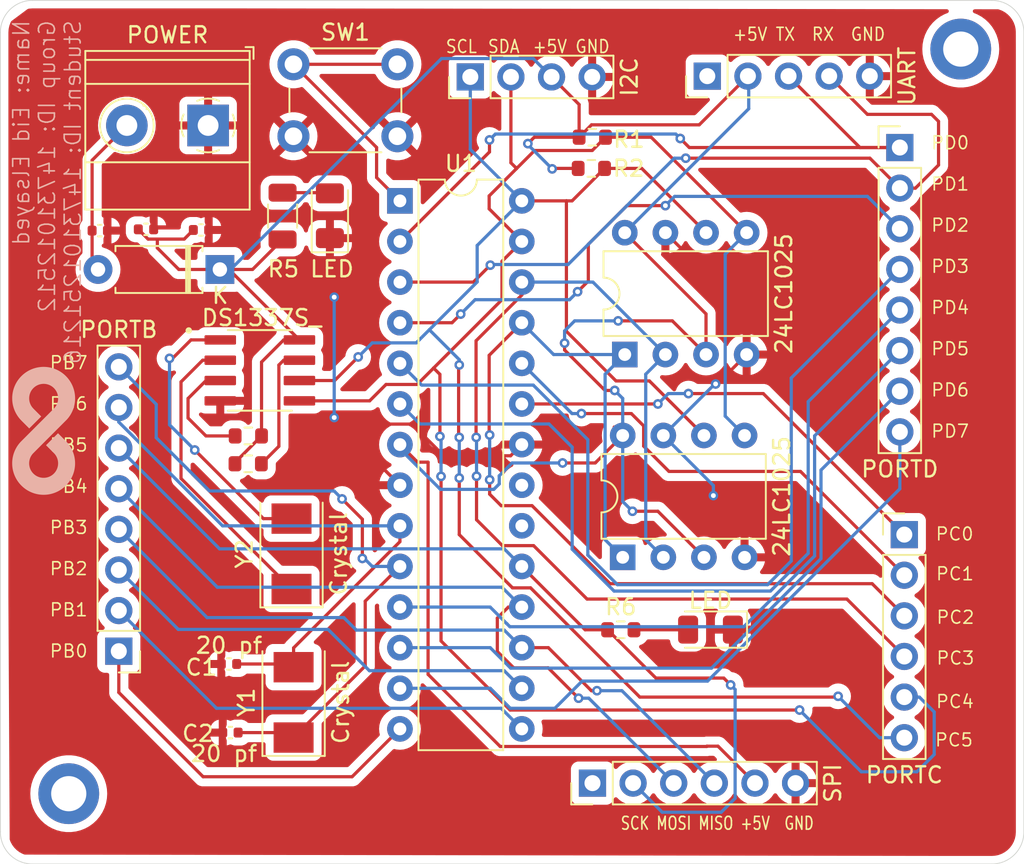
<source format=kicad_pcb>
(kicad_pcb (version 20240108) (generator "pcbnew") (generator_version "8.0")
  (layers (0 "F.Cu" signal) (31 "B.Cu" signal) (34 "B.Paste" user) (35 "F.Paste" user) (36 "B.SilkS" user "B.Silkscreen") (37 "F.SilkS" user "F.Silkscreen") (38 "B.Mask" user) (39 "F.Mask" user) (44 "Edge.Cuts" user))
  (net 0 "")
  (net 1 "GND")
  (net 2 "XTAL1{slash}PB6")
  (net 3 "XTAL2{slash}PB7")
  (net 4 "Net-(D1-A)")
  (net 5 "+5V")
  (net 6 "Net-(D2-A)")
  (net 7 "Net-(D3-A)")
  (net 8 "SDA{slash}PC4")
  (net 9 "SCL{slash}PC5")
  (net 10 "TX{slash}PD0")
  (net 11 "RX{slash}PD1")
  (net 14 "SCK{slash}PB5")
  (net 15 "MISO{slash}PB3")
  (net 16 "MOSI{slash}PB4")
  (net 17 "EEPROM2{slash}PC3")
  (net 18 "PC0")
  (net 19 "EEPROM1{slash}PC2")
  (net 20 "PC1")
  (net 21 "PB0")
  (net 22 "PB2")
  (net 23 "PB1")
  (net 24 "PD3")
  (net 25 "PD4")
  (net 26 "PD2")
  (net 27 "PD7")
  (net 28 "PD5")
  (net 29 "PD6")
  (net 30 "Net-(U4-SQW{slash}~INT)")
  (net 31 "Net-(U4-~{INTA})")
  (net 32 "Net-(U1-~{RESET}{slash}PC6)")
  (net 35 "Net-(U4-X2)")
  (net 36 "Net-(U4-X1)")
  (footprint "Connector_PinHeader_2.54mm:PinHeader_1x04_P2.54mm_Vertical" (layer "F.Cu") (at 152.29 50.99 90)
    (property "Reference" "J1")
    (property "Value" "I2C")
  )
  (footprint "Resistor_SMD:R_1206_3216Metric" (layer "F.Cu") (at 140.55 59.69 90)
    (property "Reference" "R5")
    (property "Value" "R_Small")
  )
  (footprint "Crystal:Crystal_SMD_0603-2Pin_6.0x3.5mm" (layer "F.Cu") (at 141.11 80.81 90)
    (property "Reference" "Y2")
    (property "Value" "Crystal")
  )
  (footprint "Connector_PinHeader_2.54mm:PinHeader_1x08_P2.54mm_Vertical" (layer "F.Cu") (at 179.15 55.405)
    (property "Reference" "J6")
    (property "Value" "PORTD")
  )
  (footprint "Capacitor_SMD:C_0402_1005Metric" (layer "F.Cu") (at 135.45 60.56)
    (property "Reference" "C5")
    (property "Value" "100nf")
  )
  (footprint "Connector_PinHeader_2.54mm:PinHeader_1x08_P2.54mm_Vertical" (layer "F.Cu") (at 130.31 86.9 180)
    (property "Reference" "J5")
    (property "Value" "PORTB")
  )
  (footprint "Capacitor_SMD:C_0402_1005Metric" (layer "F.Cu") (at 137.29 91.99 180)
    (property "Reference" "C2")
    (property "Value" "20 pf")
  )
  (footprint "LED_SMD:LED_1206_3216Metric" (layer "F.Cu") (at 167.31 85.55 180)
    (property "Reference" "D3")
    (property "Value" "LED")
  )
  (footprint "Package_DIP:DIP-8_W7.62mm" (layer "F.Cu") (at 161.82 81.03 90)
    (property "Reference" "U2")
    (property "Value" "24LC1025")
  )
  (footprint "LED_SMD:LED_1206_3216Metric" (layer "F.Cu") (at 143.51 59.67 90)
    (property "Reference" "D2")
    (property "Value" "LED")
  )
  (footprint "Connector_PinHeader_2.54mm:PinHeader_1x06_P2.54mm_Vertical" (layer "F.Cu") (at 159.93 95.15 90)
    (property "Reference" "J3")
    (property "Value" "SPI")
  )
  (footprint "Package_DIP:DIP-8_W7.62mm" (layer "F.Cu") (at 161.95 68.35 90)
    (property "Reference" "U3")
    (property "Value" "24LC1025")
  )
  (footprint "DS1337S_:SOIC127P600X175-8N" (layer "F.Cu") (at 139.13 69.34)
    (property "Reference" "U4")
    (property "Value" "DS1337S_")
  )
  (footprint "Resistor_SMD:R_0603_1608Metric" (layer "F.Cu") (at 138.41 73.44 180)
    (property "Reference" "R4")
    (property "Value" "R")
  )
  (footprint "MountingHole:MountingHole_2.2mm_M2_ISO14580_Pad" (layer "F.Cu") (at 182.96 49.25)
    (property "Reference" "H1" (hide yes))
    (property "Value" "MountingHole" (hide yes))
  )
  (footprint "TerminalBlock_Phoenix:TerminalBlock_Phoenix_MKDS-1,5-2-5.08_1x02_P5.08mm_Horizontal" (layer "F.Cu") (at 135.895 54.025 180)
    (property "Reference" "J7")
    (property "Value" "POWER")
  )
  (footprint "Diode_THT:D_A-405_P7.62mm_Horizontal" (layer "F.Cu") (at 136.63 63.03 180)
    (property "Reference" "D1")
    (property "Value" "DIODE")
  )
  (footprint "Connector_PinHeader_2.54mm:PinHeader_1x05_P2.54mm_Vertical" (layer "F.Cu") (at 167.11 50.94 90)
    (property "Reference" "J2")
    (property "Value" "UART")
  )
  (footprint "Capacitor_SMD:C_0402_1005Metric" (layer "F.Cu") (at 132.01 60.52)
    (property "Reference" "C4")
    (property "Value" "100nf")
  )
  (footprint "Resistor_SMD:R_0603_1608Metric" (layer "F.Cu") (at 138.4 75.18)
    (property "Reference" "R3")
    (property "Value" "R")
  )
  (footprint "Crystal:Crystal_SMD_0603-2Pin_6.0x3.5mm" (layer "F.Cu") (at 141.24 90.1 90)
    (property "Reference" "Y1")
    (property "Value" "Crystal")
  )
  (footprint "Package_DIP:DIP-28_W7.62mm" (layer "F.Cu") (at 147.89 58.74)
    (property "Reference" "U1")
    (property "Value" "ATmega328-P")
  )
  (footprint "Capacitor_SMD:C_0402_1005Metric" (layer "F.Cu") (at 137.2 87.7 180)
    (property "Reference" "C1")
    (property "Value" "20 pf")
  )
  (footprint "logos:infinity" (layer "F.Cu") (at 125.61 73.12 90)
    (property "Reference" "G***")
    (property "Value" "LOGO" (hide yes))
  )
  (footprint "Capacitor_SMD:C_0402_1005Metric" (layer "F.Cu") (at 129.12 60.6)
    (property "Reference" "C3")
    (property "Value" "10uf")
  )
  (footprint "Connector_PinHeader_2.54mm:PinHeader_1x06_P2.54mm_Vertical" (layer "F.Cu") (at 179.43 79.61)
    (property "Reference" "J4")
    (property "Value" "PORTC")
  )
  (footprint "Resistor_SMD:R_0603_1608Metric" (layer "F.Cu") (at 159.86 56.71 180)
    (property "Reference" "R2")
    (property "Value" "R")
  )
  (footprint "Resistor_SMD:R_0603_1608Metric" (layer "F.Cu") (at 161.7 85.56)
    (property "Reference" "R6")
    (property "Value" "330")
  )
  (footprint "Resistor_SMD:R_0603_1608Metric" (layer "F.Cu") (at 159.92 54.76 180)
    (property "Reference" "R1")
    (property "Value" "R")
  )
  (footprint "MountingHole:MountingHole_2.2mm_M2_ISO14580_Pad" (layer "F.Cu") (at 127.18 95.81)
    (property "Reference" "H2" (hide yes))
    (property "Value" "MountingHole" (hide yes))
  )
  (footprint "Button_Switch_THT:SW_PUSH_6mm_H4.3mm" (layer "F.Cu") (at 141.23 50.2)
    (property "Reference" "SW1")
    (property "Value" "SW_Push")
  )
  (gr_arc (start 186.905786 98.204214) (mid 186.32 99.618428) (end 184.905786 100.204214) (stroke (width 0.05)) (layer "Edge.Cuts"))
  (gr_arc (start 124.905786 100.204214) (mid 123.491572 99.618428) (end 122.905786 98.204214) (stroke (width 0.05)) (layer "Edge.Cuts"))
  (gr_arc (start 184.905786 46.204214) (mid 186.32 46.79) (end 186.905786 48.204214) (stroke (width 0.05)) (layer "Edge.Cuts"))
  (gr_arc (start 122.905786 48.204214) (mid 123.491572 46.79) (end 124.905786 46.204214) (stroke (width 0.05)) (layer "Edge.Cuts"))
  (gr_line (start 186.905786 98.204214) (end 186.905786 48.204214) (stroke (width 0.05)) (layer "Edge.Cuts"))
  (gr_line (start 122.905786 48.204214) (end 122.905786 98.204214) (stroke (width 0.05)) (layer "Edge.Cuts"))
  (gr_line (start 124.905786 100.204214) (end 184.905786 100.204214) (stroke (width 0.05)) (layer "Edge.Cuts"))
  (gr_line (start 124.905786 46.204214) (end 184.905786 46.204214) (stroke (width 0.05)) (layer "Edge.Cuts"))
  (gr_text "Name: Eid Elsayed\nGroup ID: 14731012512\nStudent ID: 1473101251216\n\n" (at 129.63 47.37 90) (layer "B.SilkS") (effects (font (size 1 1) (thickness 0.1)) (justify left bottom mirror)))
  (gr_text "+5V TX  RX  GND" (at 168.66 48.79 0) (layer "F.SilkS") (effects (font (size 0.8 0.7) (thickness 0.1)) (justify left bottom)))
  (gr_text "PC2" (at 181.38 85.25 0) (layer "F.SilkS") (effects (font (size 0.8 0.8) (thickness 0.1)) (justify left bottom)))
  (gr_text "PB7\n\nPB6\n\nPB5\n\nPB4\n\nPB3\n\nPB2\n\nPB1\n\nPB0" (at 125.93 87.36 0) (layer "F.SilkS") (effects (font (size 0.8 0.8) (thickness 0.1)) (justify left bottom)))
  (gr_text "PC3" (at 181.38 87.8 0) (layer "F.SilkS") (effects (font (size 0.8 0.8) (thickness 0.1)) (justify left bottom)))
  (gr_text "PC5" (at 181.29 92.92 0) (layer "F.SilkS") (effects (font (size 0.8 0.8) (thickness 0.1)) (justify left bottom)))
  (gr_text "PC4" (at 181.35 90.52 0) (layer "F.SilkS") (effects (font (size 0.8 0.8) (thickness 0.1)) (justify left bottom)))
  (gr_text "PC1" (at 181.35 82.53 0) (layer "F.SilkS") (effects (font (size 0.8 0.8) (thickness 0.1)) (justify left bottom)))
  (gr_text "PC0" (at 181.33 80.04 0) (layer "F.SilkS") (effects (font (size 0.8 0.8) (thickness 0.1)) (justify left bottom)))
  (gr_text "SCL	SDA	+5V GND" (at 150.7 49.56 0) (layer "F.SilkS") (effects (font (size 0.8 0.7) (thickness 0.1)) (justify left bottom)))
  (gr_text "SCK MOSI MISO +5V  GND" (at 161.64 98.13 0) (layer "F.SilkS") (effects (font (size 0.8 0.6) (thickness 0.1)) (justify left bottom)))
  (gr_text "PD0\n\nPD1\n\nPD2\n\nPD3\n\nPD4\n\nPD5\n\nPD6\n\nPD7" (at 181.05 73.61 0) (layer "F.SilkS") (effects (font (size 0.8 0.8) (thickness 0.1)) (justify left bottom)))
  (segment (start 147.07 72.7) (end 146.4 73.37) (width 0.2) (layer "F.Cu") (net 1))
  (segment (start 154.81 74.68) (end 150.63 74.68) (width 0.2) (layer "F.Cu") (net 1))
  (segment (start 169.57 65.81) (end 169.57 68.35) (width 0.2) (layer "F.Cu") (net 1))
  (segment (start 164.49 60.73) (end 169.57 65.81) (width 0.2) (layer "F.Cu") (net 1))
  (segment (start 150.63 74.68) (end 148.65 72.7) (width 0.2) (layer "F.Cu") (net 1))
  (segment (start 167.63 70.19) (end 167.73 70.19) (width 0.2) (layer "F.Cu") (net 1))
  (segment (start 147.89 76.52) (end 143.78 72.41) (width 0.2) (layer "F.Cu") (net 1))
  (segment (start 146.4 73.37) (end 146.4 75.03) (width 0.2) (layer "F.Cu") (net 1))
  (segment (start 146.4 75.03) (end 147.89 76.52) (width 0.2) (layer "F.Cu") (net 1))
  (segment (start 143.78 64.76) (end 143.51 64.49) (width 0.2) (layer "F.Cu") (net 1))
  (segment (start 169.44 79.12) (end 167.49 77.17) (width 0.2) (layer "F.Cu") (net 1))
  (segment (start 143.51 64.49) (end 143.51 61.07) (width 0.2) (layer "F.Cu") (net 1))
  (segment (start 167.73 70.19) (end 169.57 68.35) (width 0.2) (layer "F.Cu") (net 1))
  (segment (start 148.65 72.7) (end 147.07 72.7) (width 0.2) (layer "F.Cu") (net 1))
  (segment (start 169.44 81.03) (end 169.44 79.12) (width 0.2) (layer "F.Cu") (net 1))
  (segment (start 143.78 72.41) (end 143.78 72.29) (width 0.2) (layer "F.Cu") (net 1))
  (segment (start 155.51 73.98) (end 154.81 74.68) (width 0.2) (layer "F.Cu") (net 1))
  (via (at 167.63 70.19) (size 0.6) (drill 0.3) (layers "F.Cu" "B.Cu") (net 1))
  (via (at 167.49 77.17) (size 0.6) (drill 0.3) (layers "F.Cu" "B.Cu") (net 1))
  (via (at 143.78 64.76) (size 0.6) (drill 0.3) (layers "F.Cu" "B.Cu") (net 1))
  (via (at 143.78 72.29) (size 0.6) (drill 0.3) (layers "F.Cu" "B.Cu") (net 1))
  (segment (start 167.58 70.19) (end 164.36 73.41) (width 0.2) (layer "B.Cu") (net 1))
  (segment (start 167.49 76.54) (end 164.36 73.41) (width 0.2) (layer "B.Cu") (net 1))
  (segment (start 143.78 72.29) (end 143.78 64.76) (width 0.2) (layer "B.Cu") (net 1))
  (segment (start 167.49 77.17) (end 167.49 76.54) (width 0.2) (layer "B.Cu") (net 1))
  (segment (start 167.63 70.19) (end 167.58 70.19) (width 0.2) (layer "B.Cu") (net 1))
  (segment (start 147.44 80.5) (end 147.89 80.05) (width 0.2) (layer "F.Cu") (net 2))
  (segment (start 141.24 87.9) (end 141.24 86.694365) (width 0.2) (layer "F.Cu") (net 2))
  (segment (start 137.68 87.7) (end 141.04 87.7) (width 0.2) (layer "F.Cu") (net 2))
  (segment (start 141.04 87.7) (end 141.24 87.9) (width 0.2) (layer "F.Cu") (net 2))
  (segment (start 147.89 80.05) (end 147.89 79.06) (width 0.2) (layer "F.Cu") (net 2))
  (segment (start 141.24 86.694365) (end 147.434365 80.5) (width 0.2) (layer "F.Cu") (net 2))
  (segment (start 147.434365 80.5) (end 147.44 80.5) (width 0.2) (layer "F.Cu") (net 2))
  (segment (start 136.8 79.06) (end 147.89 79.06) (width 0.2) (layer "B.Cu") (net 2))
  (segment (start 130.31 71.66) (end 130.31 72.57) (width 0.2) (layer "B.Cu") (net 2))
  (segment (start 130.31 72.57) (end 136.8 79.06) (width 0.2) (layer "B.Cu") (net 2))
  (segment (start 145.72 83.77) (end 147.89 81.6) (width 0.2) (layer "F.Cu") (net 3))
  (segment (start 145.72 87.82) (end 145.72 83.77) (width 0.2) (layer "F.Cu") (net 3))
  (segment (start 137.77 91.99) (end 140.93 91.99) (width 0.2) (layer "F.Cu") (net 3))
  (segment (start 141.24 92.3) (end 145.72 87.82) (width 0.2) (layer "F.Cu") (net 3))
  (segment (start 140.93 91.99) (end 141.24 92.3) (width 0.2) (layer "F.Cu") (net 3))
  (segment (start 144.27 77.38) (end 145.54 78.65) (width 0.2) (layer "F.Cu") (net 3))
  (segment (start 145.54 78.65) (end 145.54 81.1) (width 0.2) (layer "F.Cu") (net 3))
  (via (at 144.27 77.38) (size 0.6) (drill 0.3) (layers "F.Cu" "B.Cu") (net 3))
  (via (at 145.54 81.1) (size 0.6) (drill 0.3) (layers "F.Cu" "B.Cu") (net 3))
  (segment (start 145.54 81.1) (end 145.66 81.1) (width 0.2) (layer "B.Cu") (net 3))
  (segment (start 132.65 73.55) (end 135.98 76.88) (width 0.2) (layer "B.Cu") (net 3))
  (segment (start 145.66 81.1) (end 146.16 81.6) (width 0.2) (layer "B.Cu") (net 3))
  (segment (start 132.65 71.46) (end 132.65 73.55) (width 0.2) (layer "B.Cu") (net 3))
  (segment (start 130.31 69.12) (end 132.65 71.46) (width 0.2) (layer "B.Cu") (net 3))
  (segment (start 146.16 81.6) (end 147.89 81.6) (width 0.2) (layer "B.Cu") (net 3))
  (segment (start 143.77 76.88) (end 144.27 77.38) (width 0.2) (layer "B.Cu") (net 3))
  (segment (start 135.98 76.88) (end 143.77 76.88) (width 0.2) (layer "B.Cu") (net 3))
  (segment (start 130.815 54.025) (end 128.64 56.2) (width 0.2) (layer "F.Cu") (net 4))
  (segment (start 128.64 56.2) (end 128.64 60.6) (width 0.2) (layer "F.Cu") (net 4))
  (segment (start 128.64 60.6) (end 128.64 62.66) (width 0.2) (layer "F.Cu") (net 4))
  (segment (start 128.64 62.66) (end 129.01 63.03) (width 0.2) (layer "F.Cu") (net 4))
  (segment (start 167.78 92.84) (end 167.09 92.84) (width 0.2) (layer "F.Cu") (net 5))
  (segment (start 154.16 92.86) (end 149.65 88.35) (width 0.2) (layer "F.Cu") (net 5))
  (segment (start 134.4 61.13) (end 134.97 60.56) (width 0.2) (layer "F.Cu") (net 5))
  (segment (start 136.63 63.03) (end 137.2 63.03) (width 0.2) (layer "F.Cu") (net 5))
  (segment (start 148.99 75.08) (end 149.65 75.08) (width 0.2) (layer "F.Cu") (net 5))
  (segment (start 131.53 60.52) (end 132.14 61.13) (width 0.2) (layer "F.Cu") (net 5))
  (segment (start 155.89 55.16) (end 156.29 54.76) (width 0.2) (layer "F.Cu") (net 5))
  (segment (start 137.2 63.03) (end 141.605 67.435) (width 0.2) (layer "F.Cu") (net 5))
  (segment (start 156.29 54.76) (end 159.095 54.76) (width 0.2) (layer "F.Cu") (net 5))
  (segment (start 167.07 92.86) (end 154.16 92.86) (width 0.2) (layer "F.Cu") (net 5))
  (segment (start 160.15 75.08) (end 161.82 73.41) (width 0.2) (layer "F.Cu") (net 5))
  (segment (start 161.29 72.88) (end 161.82 73.41) (width 0.2) (layer "F.Cu") (net 5))
  (segment (start 158.185735 68.065735) (end 160.714643 70.594643) (width 0.2) (layer "F.Cu") (net 5))
  (segment (start 160.15 75.08) (end 160.1 75.13) (width 0.2) (layer "F.Cu") (net 5))
  (segment (start 159.095 52.715) (end 157.37 50.99) (width 0.2) (layer "F.Cu") (net 5))
  (segment (start 164.02 78.15) (end 162.43 78.15) (width 0.2) (layer "F.Cu") (net 5))
  (segment (start 158.185735 67.634265) (end 158.185735 68.065735) (width 0.2) (layer "F.Cu") (net 5))
  (segment (start 157.44 56.71) (end 157.41 56.74) (width 0.2) (layer "F.Cu") (net 5))
  (segment (start 166.9 81.03) (end 164.02 78.15) (width 0.2) (layer "F.Cu") (net 5))
  (segment (start 147.89 73.98) (end 148.99 75.08) (width 0.2) (layer "F.Cu") (net 5))
  (segment (start 132.72 61.13) (end 134.4 61.13) (width 0.2) (layer "F.Cu") (net 5))
  (segment (start 159.035 56.71) (end 157.44 56.71) (width 0.2) (layer "F.Cu") (net 5))
  (segment (start 167.03 65.81) (end 161.95 60.73) (width 0.2) (layer "F.Cu") (net 5))
  (segment (start 149.65 88.35) (end 149.65 75.08) (width 0.2) (layer "F.Cu") (net 5))
  (segment (start 139.235 68.82) (end 140.62 67.435) (width 0.2) (layer "F.Cu") (net 5))
  (segment (start 160.714643 70.594643) (end 161.32 70.594643) (width 0.2) (layer "F.Cu") (net 5))
  (segment (start 170.09 95.15) (end 167.78 92.84) (width 0.2) (layer "F.Cu") (net 5))
  (segment (start 159.87 53.985) (end 166.605 53.985) (width 0.2) (layer "F.Cu") (net 5))
  (segment (start 136.63 63.03) (end 134.063866 63.03) (width 0.2) (layer "F.Cu") (net 5))
  (segment (start 132.14 61.13) (end 132.72 61.13) (width 0.2) (layer "F.Cu") (net 5))
  (segment (start 161.535735 66.244265) (end 164.924265 66.244265) (width 0.2) (layer "F.Cu") (net 5))
  (segment (start 140.62 67.435) (end 141.605 67.435) (width 0.2) (layer "F.Cu") (net 5))
  (segment (start 134.063866 63.03) (end 132.72 61.686134) (width 0.2) (layer "F.Cu") (net 5))
  (segment (start 139.235 73.44) (end 139.235 68.82) (width 0.2) (layer "F.Cu") (net 5))
  (segment (start 138.6725 63.03) (end 140.55 61.1525) (width 0.2) (layer "F.Cu") (net 5))
  (segment (start 160.1 75.13) (end 158.06 75.13) (width 0.2) (layer "F.Cu") (net 5))
  (segment (start 132.72 61.686134) (end 132.72 61.13) (width 0.2) (layer "F.Cu") (net 5))
  (segment (start 164.924265 66.244265) (end 167.03 68.35) (width 0.2) (layer "F.Cu") (net 5))
  (segment (start 167.03 68.35) (end 167.03 65.81) (width 0.2) (layer "F.Cu") (net 5))
  (segment (start 167.09 92.84) (end 167.07 92.86) (width 0.2) (layer "F.Cu") (net 5))
  (segment (start 159.095 54.76) (end 159.87 53.985) (width 0.2) (layer "F.Cu") (net 5))
  (segment (start 137.575 75.1) (end 139.235 73.44) (width 0.2) (layer "F.Cu") (net 5))
  (segment (start 166.605 53.985) (end 169.65 50.94) (width 0.2) (layer "F.Cu") (net 5))
  (segment (start 137.575 75.18) (end 137.575 75.1) (width 0.2) (layer "F.Cu") (net 5))
  (segment (start 136.63 63.03) (end 138.6725 63.03) (width 0.2) (layer "F.Cu") (net 5))
  (segment (start 159.095 54.76) (end 159.095 52.715) (width 0.2) (layer "F.Cu") (net 5))
  (via (at 161.32 70.594643) (size 0.6) (drill 0.3) (layers "F.Cu" "B.Cu") (net 5))
  (via (at 158.185735 67.634265) (size 0.6) (drill 0.3) (layers "F.Cu" "B.Cu") (net 5))
  (via (at 155.89 55.16) (size 0.6) (drill 0.3) (layers "F.Cu" "B.Cu") (net 5))
  (via (at 162.43 78.15) (size 0.6) (drill 0.3) (layers "F.Cu" "B.Cu") (net 5))
  (via (at 161.535735 66.244265) (size 0.6) (drill 0.3) (layers "F.Cu" "B.Cu") (net 5))
  (via (at 158.06 75.13) (size 0.6) (drill 0.3) (layers "F.Cu" "B.Cu") (net 5))
  (via (at 157.41 56.74) (size 0.6) (drill 0.3) (layers "F.Cu" "B.Cu") (net 5))
  (segment (start 156.22 49.84) (end 150.49 49.84) (width 0.2) (layer "B.Cu") (net 5))
  (segment (start 150.49 49.84) (end 137.3 63.03) (width 0.2) (layer "B.Cu") (net 5))
  (segment (start 158.815735 66.244265) (end 161.535735 66.244265) (width 0.2) (layer "B.Cu") (net 5))
  (segment (start 158.185735 66.874265) (end 158.815735 66.244265) (width 0.2) (layer "B.Cu") (net 5))
  (segment (start 161.82 71.094643) (end 161.32 70.594643) (width 0.2) (layer "B.Cu") (net 5))
  (segment (start 161.95 60.73) (end 169.7 52.98) (width 0.2) (layer "B.Cu") (net 5))
  (segment (start 161.82 77.54) (end 161.82 73.41) (width 0.2) (layer "B.Cu") (net 5))
  (segment (start 154.1 75.931471) (end 154.1 76.44) (width 0.2) (layer "B.Cu") (net 5))
  (segment (start 137.3 63.03) (end 136.63 63.03) (width 0.2) (layer "B.Cu") (net 5))
  (segment (start 169.7 50.99) (end 169.65 50.94) (width 0.2) (layer "B.Cu") (net 5))
  (segment (start 153.76 76.78) (end 150.421471 76.78) (width 0.2) (layer "B.Cu") (net 5))
  (segment (start 155.89 55.22) (end 155.89 55.16) (width 0.2) (layer "B.Cu") (net 5))
  (segment (start 158.185735 67.634265) (end 158.185735 66.874265) (width 0.2) (layer "B.Cu") (net 5))
  (segment (start 147.89 74.248529) (end 147.89 73.98) (width 0.2) (layer "B.Cu") (net 5))
  (segment (start 169.7 52.98) (end 169.7 50.99) (width 0.2) (layer "B.Cu") (net 5))
  (segment (start 157.37 50.99) (end 156.22 49.84) (width 0.2) (layer "B.Cu") (net 5))
  (segment (start 158.06 75.13) (end 154.901471 75.13) (width 0.2) (layer "B.Cu") (net 5))
  (segment (start 150.421471 76.78) (end 147.89 74.248529) (width 0.2) (layer "B.Cu") (net 5))
  (segment (start 162.43 78.15) (end 161.82 77.54) (width 0.2) (layer "B.Cu") (net 5))
  (segment (start 154.901471 75.13) (end 154.1 75.931471) (width 0.2) (layer "B.Cu") (net 5))
  (segment (start 154.1 76.44) (end 153.76 76.78) (width 0.2) (layer "B.Cu") (net 5))
  (segment (start 157.41 56.74) (end 155.89 55.22) (width 0.2) (layer "B.Cu") (net 5))
  (segment (start 161.82 73.41) (end 161.82 71.094643) (width 0.2) (layer "B.Cu") (net 5))
  (segment (start 143.4675 58.2275) (end 143.51 58.27) (width 0.2) (layer "F.Cu") (net 6))
  (segment (start 140.55 58.2275) (end 143.4675 58.2275) (width 0.2) (layer "F.Cu") (net 6))
  (segment (start 162.525 85.56) (end 165.9 85.56) (width 0.2) (layer "F.Cu") (net 7))
  (segment (start 165.9 85.56) (end 165.91 85.55) (width 0.2) (layer "F.Cu") (net 7))
  (segment (start 154.83 56.36) (end 155.185 56.715) (width 0.2) (layer "F.Cu") (net 8))
  (segment (start 160.745 54.76) (end 159.915 55.59) (width 0.2) (layer "F.Cu") (net 8))
  (segment (start 148.969999 70.22) (end 149.995 69.195) (width 0.2) (layer "F.Cu") (net 8))
  (segment (start 150.46 86.26) (end 150.46 75.97) (width 0.2) (layer "F.Cu") (net 8))
  (segment (start 172.88 90.58) (end 154.78 90.58) (width 0.2) (layer "F.Cu") (net 8))
  (segment (start 150.39 73.47) (end 150.39 69.59) (width 0.2) (layer "F.Cu") (net 8))
  (segment (start 154.78 90.58) (end 150.46 86.26) (width 0.2) (layer "F.Cu") (net 8))
  (segment (start 154.83 50.99) (end 154.83 56.36) (width 0.2) (layer "F.Cu") (net 8))
  (segment (start 159.915 55.59) (end 156.31 55.59) (width 0.2) (layer "F.Cu") (net 8))
  (segment (start 147.02 70.22) (end 148.969999 70.22) (width 0.2) (layer "F.Cu") (net 8))
  (segment (start 156.31 55.59) (end 155.185 56.715) (width 0.2) (layer "F.Cu") (net 8))
  (segment (start 149.995 69.195) (end 154.269999 64.92) (width 0.2) (layer "F.Cu") (net 8))
  (segment (start 153.47 59.24) (end 155.51 61.28) (width 0.2) (layer "F.Cu") (net 8))
  (segment (start 145.995 71.245) (end 147.02 70.22) (width 0.2) (layer "F.Cu") (net 8))
  (segment (start 153.47 58.43) (end 153.47 59.24) (width 0.2) (layer "F.Cu") (net 8))
  (segment (start 141.605 71.245) (end 145.995 71.245) (width 0.2) (layer "F.Cu") (net 8))
  (segment (start 154.269999 62.520001) (end 155.51 61.28) (width 0.2) (layer "F.Cu") (net 8))
  (segment (start 150.39 69.59) (end 149.995 69.195) (width 0.2) (layer "F.Cu") (net 8))
  (segment (start 163.6 54.76) (end 160.745 54.76) (width 0.2) (layer "F.Cu") (net 8))
  (segment (start 154.269999 64.92) (end 154.269999 62.520001) (width 0.2) (layer "F.Cu") (net 8))
  (segment (start 155.185 56.715) (end 153.47 58.43) (width 0.2) (layer "F.Cu") (net 8))
  (segment (start 169.57 60.73) (end 163.6 54.76) (width 0.2) (layer "F.Cu") (net 8))
  (via (at 150.39 73.47) (size 0.6) (drill 0.3) (layers "F.Cu" "B.Cu") (net 8))
  (via (at 172.88 90.58) (size 0.6) (drill 0.3) (layers "F.Cu" "B.Cu") (net 8))
  (via (at 150.46 75.97) (size 0.6) (drill 0.3) (layers "F.Cu" "B.Cu") (net 8))
  (segment (start 176.74 94.44) (end 172.88 90.58) (width 0.2) (layer "B.Cu") (net 8))
  (segment (start 181.3 90.7) (end 181.3 93.36) (width 0.2) (layer "B.Cu") (net 8))
  (segment (start 150.46 73.54) (end 150.39 73.47) (width 0.2) (layer "B.Cu") (net 8))
  (segment (start 150.46 75.97) (end 150.46 73.54) (width 0.2) (layer "B.Cu") (net 8))
  (segment (start 168.23 62.07) (end 169.57 60.73) (width 0.2) (layer "B.Cu") (net 8))
  (segment (start 169.44 73.41) (end 168.23 72.2) (width 0.2) (layer "B.Cu") (net 8))
  (segment (start 181.3 93.36) (end 180.22 94.44) (width 0.2) (layer "B.Cu") (net 8))
  (segment (start 179.43 89.77) (end 180.37 89.77) (width 0.2) (layer "B.Cu") (net 8))
  (segment (start 180.37 89.77) (end 181.3 90.7) (width 0.2) (layer "B.Cu") (net 8))
  (segment (start 168.23 72.2) (end 168.23 62.07) (width 0.2) (layer "B.Cu") (net 8))
  (segment (start 180.22 94.44) (end 176.74 94.44) (width 0.2) (layer "B.Cu") (net 8))
  (segment (start 175.24 89.77) (end 175.29 89.72) (width 0.2) (layer "F.Cu") (net 9))
  (segment (start 151.6 79.61) (end 151.6 76.07) (width 0.2) (layer "F.Cu") (net 9))
  (segment (start 156.06 82.94) (end 154.93 82.94) (width 0.2) (layer "F.Cu") (net 9))
  (segment (start 163.01 56.71) (end 160.685 56.71) (width 0.2) (layer "F.Cu") (net 9))
  (segment (start 162.89 89.77) (end 175.24 89.77) (width 0.2) (layer "F.Cu") (net 9))
  (segment (start 158.3 58.74) (end 155.51 58.74) (width 0.2) (layer "F.Cu") (net 9))
  (segment (start 141.605 69.975) (end 143.805 69.975) (width 0.2) (layer "F.Cu") (net 9))
  (segment (start 167.03 60.73) (end 163.01 56.71) (width 0.2) (layer "F.Cu") (net 9))
  (segment (start 154.93 82.94) (end 151.6 79.61) (width 0.2) (layer "F.Cu") (net 9))
  (segment (start 163.49 70) (end 161.4 70) (width 0.2) (layer "F.Cu") (net 9))
  (segment (start 166.9 73.41) (end 163.49 70) (width 0.2) (layer "F.Cu") (net 9))
  (segment (start 158.655 58.74) (end 158.3 58.74) (width 0.2) (layer "F.Cu") (net 9))
  (segment (start 151.6 73.53) (end 151.56 73.49) (width 0.2) (layer "F.Cu") (net 9))
  (segment (start 162.89 89.77) (end 156.06 82.94) (width 0.2) (layer "F.Cu") (net 9))
  (segment (start 160.685 56.71) (end 158.655 58.74) (width 0.2) (layer "F.Cu") (net 9))
  (segment (start 158.3 66.9) (end 158.3 58.74) (width 0.2) (layer "F.Cu") (net 9))
  (segment (start 151.56 69.04) (end 151.6 69) (width 0.2) (layer "F.Cu") (net 9))
  (segment (start 143.805 69.975) (end 145.28 68.5) (width 0.2) (layer "F.Cu") (net 9))
  (segment (start 151.56 73.49) (end 151.56 69.04) (width 0.2) (layer "F.Cu") (net 9))
  (segment (start 161.4 70) (end 158.3 66.9) (width 0.2) (layer "F.Cu") (net 9))
  (via (at 145.28 68.5) (size 0.6) (drill 0.3) (layers "F.Cu" "B.Cu") (net 9))
  (via (at 175.29 89.72) (size 0.6) (drill 0.3) (layers "F.Cu" "B.Cu") (net 9))
  (via (at 151.6 73.53) (size 0.6) (drill 0.3) (layers "F.Cu" "B.Cu") (net 9))
  (via (at 151.6 76.07) (size 0.6) (drill 0.3) (layers "F.Cu" "B.Cu") (net 9))
  (via (at 151.6 69) (size 0.6) (drill 0.3) (layers "F.Cu" "B.Cu") (net 9))
  (segment (start 152.72 61.53) (end 155.51 58.74) (width 0.2) (layer "B.Cu") (net 9))
  (segment (start 148.91 67.62) (end 149.73 66.8) (width 0.2) (layer "B.Cu") (net 9))
  (segment (start 175.29 89.72) (end 177.88 92.31) (width 0.2) (layer "B.Cu") (net 9))
  (segment (start 151.6 68.67) (end 149.73 66.8) (width 0.2) (layer "B.Cu") (net 9))
  (segment (start 177.88 92.31) (end 179.43 92.31) (width 0.2) (layer "B.Cu") (net 9))
  (segment (start 151.6 69) (end 151.6 68.67) (width 0.2) (layer "B.Cu") (net 9))
  (segment (start 151.6 76.07) (end 151.6 73.53) (width 0.2) (layer "B.Cu") (net 9))
  (segment (start 146.16 67.62) (end 148.91 67.62) (width 0.2) (layer "B.Cu") (net 9))
  (segment (start 145.28 68.5) (end 146.16 67.62) (width 0.2) (layer "B.Cu") (net 9))
  (segment (start 152.29 50.99) (end 152.29 55.52) (width 0.2) (layer "B.Cu") (net 9))
  (segment (start 152.29 55.52) (end 155.51 58.74) (width 0.2) (layer "B.Cu") (net 9))
  (segment (start 149.73 66.8) (end 152.72 63.81) (width 0.2) (layer "B.Cu") (net 9))
  (segment (start 152.72 63.81) (end 152.72 61.53) (width 0.2) (layer "B.Cu") (net 9))
  (segment (start 165.985 55.405) (end 165.42 54.84) (width 0.2) (layer "F.Cu") (net 10))
  (segment (start 172.19 50.94) (end 176.655 55.405) (width 0.2) (layer "F.Cu") (net 10))
  (segment (start 153.49 54.93) (end 153.49 55.68) (width 0.2) (layer "F.Cu") (net 10))
  (segment (start 153.49 55.68) (end 147.89 61.28) (width 0.2) (layer "F.Cu") (net 10))
  (segment (start 179.15 55.405) (end 165.985 55.405) (width 0.2) (layer "F.Cu") (net 10))
  (segment (start 176.655 55.405) (end 179.15 55.405) (width 0.2) (layer "F.Cu") (net 10))
  (via (at 153.49 54.93) (size 0.6) (drill 0.3) (layers "F.Cu" "B.Cu") (net 10))
  (via (at 165.42 54.84) (size 0.6) (drill 0.3) (layers "F.Cu" "B.Cu") (net 10))
  (segment (start 165.42 54.84) (end 165.14 54.56) (width 0.2) (layer "B.Cu") (net 10))
  (segment (start 153.86 54.56) (end 153.49 54.93) (width 0.2) (layer "B.Cu") (net 10))
  (segment (start 165.14 54.56) (end 153.86 54.56) (width 0.2) (layer "B.Cu") (net 10))
  (segment (start 177.27647 56.07147) (end 165.76 56.07147) (width 0.2) (layer "F.Cu") (net 11))
  (segment (start 174.73 50.94) (end 177.12 53.33) (width 0.2) (layer "F.Cu") (net 11))
  (segment (start 153.54 62.76) (end 152.48 63.82) (width 0.2) (layer "F.Cu") (net 11))
  (segment (start 152.48 63.82) (end 147.89 63.82) (width 0.2) (layer "F.Cu") (net 11))
  (segment (start 181.57 53.77) (end 181.57 56.5) (width 0.2) (layer "F.Cu") (net 11))
  (segment (start 177.12 53.33) (end 181.13 53.33) (width 0.2) (layer "F.Cu") (net 11))
  (segment (start 181.13 53.33) (end 181.57 53.77) (width 0.2) (layer "F.Cu") (net 11))
  (segment (start 180.125 57.945) (end 179.15 57.945) (width 0.2) (layer "F.Cu") (net 11))
  (segment (start 181.57 56.5) (end 180.125 57.945) (width 0.2) (layer "F.Cu") (net 11))
  (segment (start 179.15 57.945) (end 177.27647 56.07147) (width 0.2) (layer "F.Cu") (net 11))
  (via (at 153.54 62.76) (size 0.6) (drill 0.3) (layers "F.Cu" "B.Cu") (net 11))
  (via (at 165.76 56.07147) (size 0.6) (drill 0.3) (layers "F.Cu" "B.Cu") (net 11))
  (segment (start 153.58 62.72) (end 153.54 62.76) (width 0.2) (layer "B.Cu") (net 11))
  (segment (start 158.404365 62.72) (end 153.58 62.72) (width 0.2) (layer "B.Cu") (net 11))
  (segment (start 165.76 56.07147) (end 165.052895 56.07147) (width 0.2) (layer "B.Cu") (net 11))
  (segment (start 165.052895 56.07147) (end 158.404365 62.72) (width 0.2) (layer "B.Cu") (net 11))
  (segment (start 168.57 89.01) (end 168.14 88.58) (width 0.2) (layer "F.Cu") (net 14))
  (segment (start 163.895 88.58) (end 160.875 85.56) (width 0.2) (layer "F.Cu") (net 14))
  (segment (start 160.875 85.56) (end 159.47 85.56) (width 0.2) (layer "F.Cu") (net 14))
  (segment (start 168.14 88.58) (end 163.895 88.58) (width 0.2) (layer "F.Cu") (net 14))
  (segment (start 159.47 85.56) (end 155.51 81.6) (width 0.2) (layer "F.Cu") (net 14))
  (via (at 168.57 89.01) (size 0.6) (drill 0.3) (layers "F.Cu" "B.Cu") (net 14))
  (segment (start 168.85 96.1) (end 167.98 96.97) (width 0.2) (layer "B.Cu") (net 14))
  (segment (start 168.57 89.01) (end 168.85 89.29) (width 0.2) (layer "B.Cu") (net 14))
  (segment (start 167.98 96.97) (end 164.29 96.97) (width 0.2) (layer "B.Cu") (net 14))
  (segment (start 154.41 80.5) (end 155.51 81.6) (width 0.2) (layer "B.Cu") (net 14))
  (segment (start 136.61 80.5) (end 154.41 80.5) (width 0.2) (layer "B.Cu") (net 14))
  (segment (start 168.85 89.29) (end 168.85 96.1) (width 0.2) (layer "B.Cu") (net 14))
  (segment (start 164.29 96.97) (end 162.47 95.15) (width 0.2) (layer "B.Cu") (net 14))
  (segment (start 130.31 74.2) (end 136.61 80.5) (width 0.2) (layer "B.Cu") (net 14))
  (segment (start 157.17 86.68) (end 155.51 86.68) (width 0.2) (layer "F.Cu") (net 15))
  (segment (start 160.21 89.37) (end 159.86 89.37) (width 0.2) (layer "F.Cu") (net 15))
  (segment (start 159.86 89.37) (end 157.17 86.68) (width 0.2) (layer "F.Cu") (net 15))
  (via (at 160.21 89.37) (size 0.6) (drill 0.3) (layers "F.Cu" "B.Cu") (net 15))
  (segment (start 130.31 79.28) (end 135.83 84.8) (width 0.2) (layer "B.Cu") (net 15))
  (segment (start 154.41 85.58) (end 155.51 86.68) (width 0.2) (layer "B.Cu") (net 15))
  (segment (start 161.77 89.37) (end 167.55 95.15) (width 0.2) (layer "B.Cu") (net 15))
  (segment (start 144.38 84.8) (end 145.16 85.58) (width 0.2) (layer "B.Cu") (net 15))
  (segment (start 135.83 84.8) (end 144.38 84.8) (width 0.2) (layer "B.Cu") (net 15))
  (segment (start 145.16 85.58) (end 154.41 85.58) (width 0.2) (layer "B.Cu") (net 15))
  (segment (start 160.21 89.37) (end 161.77 89.37) (width 0.2) (layer "B.Cu") (net 15))
  (segment (start 159.059265 89.839265) (end 157.16 87.94) (width 0.2) (layer "F.Cu") (net 16))
  (segment (start 154.67 84.14) (end 155.51 84.14) (width 0.2) (layer "F.Cu") (net 16))
  (segment (start 153.98 84.83) (end 154.67 84.14) (width 0.2) (layer "F.Cu") (net 16))
  (segment (start 155 87.94) (end 153.98 86.92) (width 0.2) (layer "F.Cu") (net 16))
  (segment (start 153.98 86.92) (end 153.98 84.83) (width 0.2) (layer "F.Cu") (net 16))
  (segment (start 157.16 87.94) (end 155 87.94) (width 0.2) (layer "F.Cu") (net 16))
  (via (at 159.059265 89.839265) (size 0.6) (drill 0.3) (layers "F.Cu" "B.Cu") (net 16))
  (segment (start 130.31 76.74) (end 136.47 82.9) (width 0.2) (layer "B.Cu") (net 16))
  (segment (start 154.27 82.9) (end 155.51 84.14) (width 0.2) (layer "B.Cu") (net 16))
  (segment (start 136.47 82.9) (end 154.27 82.9) (width 0.2) (layer "B.Cu") (net 16))
  (segment (start 165.01 95.15) (end 159.699265 89.839265) (width 0.2) (layer "B.Cu") (net 16))
  (segment (start 159.699265 89.839265) (end 159.059265 89.839265) (width 0.2) (layer "B.Cu") (net 16))
  (segment (start 154.3 80.3) (end 156.25 80.3) (width 0.2) (layer "F.Cu") (net 17))
  (segment (start 155.51 64.63) (end 155.51 63.82) (width 0.2) (layer "F.Cu") (net 17))
  (segment (start 175.84 83.64) (end 179.43 87.23) (width 0.2) (layer "F.Cu") (net 17))
  (segment (start 156.25 80.3) (end 159.59 83.64) (width 0.2) (layer "F.Cu") (net 17))
  (segment (start 152.68 75.96) (end 152.68 78.68) (width 0.2) (layer "F.Cu") (net 17))
  (segment (start 152.65 73.52) (end 152.65 67.49) (width 0.2) (layer "F.Cu") (net 17))
  (segment (start 152.66 73.53) (end 152.65 73.52) (width 0.2) (layer "F.Cu") (net 17))
  (segment (start 159.59 83.64) (end 175.84 83.64) (width 0.2) (layer "F.Cu") (net 17))
  (segment (start 152.65 67.49) (end 155.51 64.63) (width 0.2) (layer "F.Cu") (net 17))
  (segment (start 152.68 78.68) (end 154.3 80.3) (width 0.2) (layer "F.Cu") (net 17))
  (via (at 152.66 73.53) (size 0.6) (drill 0.3) (layers "F.Cu" "B.Cu") (net 17))
  (via (at 152.68 75.96) (size 0.6) (drill 0.3) (layers "F.Cu" "B.Cu") (net 17))
  (segment (start 152.68 75.96) (end 152.68 73.62) (width 0.2) (layer "B.Cu") (net 17))
  (segment (start 159.96 63.82) (end 155.51 63.82) (width 0.2) (layer "B.Cu") (net 17))
  (segment (start 164.36 81.03) (end 163.26 79.93) (width 0.2) (layer "B.Cu") (net 17))
  (segment (start 152.66 73.6) (end 152.66 73.53) (width 0.2) (layer "B.Cu") (net 17))
  (segment (start 163.26 69.58) (end 164.49 68.35) (width 0.2) (layer "B.Cu") (net 17))
  (segment (start 164.49 68.35) (end 159.96 63.82) (width 0.2) (layer "B.Cu") (net 17))
  (segment (start 152.68 73.62) (end 152.66 73.6) (width 0.2) (layer "B.Cu") (net 17))
  (segment (start 163.26 79.93) (end 163.26 69.58) (width 0.2) (layer "B.Cu") (net 17))
  (segment (start 170.61 70.79) (end 165.93 70.79) (width 0.2) (layer "F.Cu") (net 18))
  (segment (start 179.43 79.61) (end 170.61 70.79) (width 0.2) (layer "F.Cu") (net 18))
  (segment (start 164.02 71.44) (end 155.51 71.44) (width 0.2) (layer "F.Cu") (net 18))
  (via (at 164.02 71.44) (size 0.6) (drill 0.3) (layers "F.Cu" "B.Cu") (net 18))
  (via (at 165.93 70.79) (size 0.6) (drill 0.3) (layers "F.Cu" "B.Cu") (net 18))
  (segment (start 165.93 70.79) (end 164.67 70.79) (width 0.2) (layer "B.Cu") (net 18))
  (segment (start 164.67 70.79) (end 164.02 71.44) (width 0.2) (layer "B.Cu") (net 18))
  (segment (start 154.22 77.8) (end 156.15 77.8) (width 0.2) (layer "F.Cu") (net 19))
  (segment (start 153.47 68.4) (end 155.51 66.36) (width 0.2) (layer "F.Cu") (net 19))
  (segment (start 156.15 77.8) (end 161.03 82.68) (width 0.2) (layer "F.Cu") (net 19))
  (segment (start 161.03 82.68) (end 177.42 82.68) (width 0.2) (layer "F.Cu") (net 19))
  (segment (start 153.5 77.08) (end 154.22 77.8) (width 0.2) (layer "F.Cu") (net 19))
  (segment (start 177.42 82.68) (end 179.43 84.69) (width 0.2) (layer "F.Cu") (net 19))
  (segment (start 153.5 73.38) (end 153.47 73.35) (width 0.2) (layer "F.Cu") (net 19))
  (segment (start 153.5 76.18) (end 153.5 77.08) (width 0.2) (layer "F.Cu") (net 19))
  (segment (start 153.47 73.35) (end 153.47 68.4) (width 0.2) (layer "F.Cu") (net 19))
  (via (at 153.5 73.38) (size 0.6) (drill 0.3) (layers "F.Cu" "B.Cu") (net 19))
  (via (at 153.5 76.18) (size 0.6) (drill 0.3) (layers "F.Cu" "B.Cu") (net 19))
  (segment (start 160.72 79.93) (end 160.72 69.58) (width 0.2) (layer "B.Cu") (net 19))
  (segment (start 161.95 68.35) (end 157.5 68.35) (width 0.2) (layer "B.Cu") (net 19))
  (segment (start 161.82 81.03) (end 160.72 79.93) (width 0.2) (layer "B.Cu") (net 19))
  (segment (start 157.5 68.35) (end 155.51 66.36) (width 0.2) (layer "B.Cu") (net 19))
  (segment (start 153.5 76.18) (end 153.5 73.38) (width 0.2) (layer "B.Cu") (net 19))
  (segment (start 160.72 69.58) (end 161.95 68.35) (width 0.2) (layer "B.Cu") (net 19))
  (segment (start 172.94 75.66) (end 164.714365 75.66) (width 0.2) (layer "F.Cu") (net 20))
  (segment (start 163.13 72.81) (end 162.36 72.04) (width 0.2) (layer "F.Cu") (net 20))
  (segment (start 163.13 74.075635) (end 163.13 72.81) (width 0.2) (layer "F.Cu") (net 20))
  (segment (start 162.36 72.04) (end 159.24 72.04) (width 0.2) (layer "F.Cu") (net 20))
  (segment (start 179.43 82.15) (end 172.94 75.66) (width 0.2) (layer "F.Cu") (net 20))
  (segment (start 164.714365 75.66) (end 163.13 74.075635) (width 0.2) (layer "F.Cu") (net 20))
  (via (at 159.24 72.04) (size 0.6) (drill 0.3) (layers "F.Cu" "B.Cu") (net 20))
  (segment (start 158.65 72.04) (end 155.51 68.9) (width 0.2) (layer "B.Cu") (net 20))
  (segment (start 159.24 72.04) (end 158.65 72.04) (width 0.2) (layer "B.Cu") (net 20))
  (segment (start 144.9 94.75) (end 147.89 91.76) (width 0.2) (layer "F.Cu") (net 21))
  (segment (start 130.31 89.48) (end 135.58 94.75) (width 0.2) (layer "F.Cu") (net 21))
  (segment (start 130.31 86.9) (end 130.31 89.48) (width 0.2) (layer "F.Cu") (net 21))
  (segment (start 135.58 94.75) (end 144.9 94.75) (width 0.2) (layer "F.Cu") (net 21))
  (segment (start 145.98 88.12) (end 143.4 85.54) (width 0.2) (layer "B.Cu") (net 22))
  (segment (start 155.51 89.22) (end 154.41 88.12) (width 0.2) (layer "B.Cu") (net 22))
  (segment (start 143.4 85.54) (end 134.03 85.54) (width 0.2) (layer "B.Cu") (net 22))
  (segment (start 154.41 88.12) (end 145.98 88.12) (width 0.2) (layer "B.Cu") (net 22))
  (segment (start 134.03 85.54) (end 130.31 81.82) (width 0.2) (layer "B.Cu") (net 22))
  (segment (start 130.31 84.36) (end 136.42 90.47) (width 0.2) (layer "B.Cu") (net 23))
  (segment (start 136.42 90.47) (end 154.22 90.47) (width 0.2) (layer "B.Cu") (net 23))
  (segment (start 154.22 90.47) (end 155.51 91.76) (width 0.2) (layer "B.Cu") (net 23))
  (segment (start 179.15 63.025) (end 172.36 69.815) (width 0.2) (layer "B.Cu") (net 24))
  (segment (start 159.64 73.674365) (end 156.225635 70.26) (width 0.2) (layer "B.Cu") (net 24))
  (segment (start 156.225635 70.26) (end 149.25 70.26) (width 0.2) (layer "B.Cu") (net 24))
  (segment (start 172.36 81.26) (end 170.88 82.74) (width 0.2) (layer "B.Cu") (net 24))
  (segment (start 161.49 82.74) (end 159.64 80.89) (width 0.2) (layer "B.Cu") (net 24))
  (segment (start 149.25 70.26) (end 147.89 68.9) (width 0.2) (layer "B.Cu") (net 24))
  (segment (start 172.36 69.815) (end 172.36 81.26) (width 0.2) (layer "B.Cu") (net 24))
  (segment (start 170.88 82.74) (end 161.49 82.74) (width 0.2) (layer "B.Cu") (net 24))
  (segment (start 159.64 80.89) (end 159.64 73.674365) (width 0.2) (layer "B.Cu") (net 24))
  (segment (start 157.21 72.69) (end 149.14 72.69) (width 0.2) (layer "B.Cu") (net 25))
  (segment (start 149.14 72.69) (end 147.89 71.44) (width 0.2) (layer "B.Cu") (net 25))
  (segment (start 158.66 74.14) (end 157.21 72.69) (width 0.2) (layer "B.Cu") (net 25))
  (segment (start 173.42 71.295) (end 173.42 80.78) (width 0.2) (layer "B.Cu") (net 25))
  (segment (start 173.42 80.78) (end 171.06 83.14) (width 0.2) (layer "B.Cu") (net 25))
  (segment (start 158.66 80.52) (end 158.66 74.14) (width 0.2) (layer "B.Cu") (net 25))
  (segment (start 171.06 83.14) (end 161.28 83.14) (width 0.2) (layer "B.Cu") (net 25))
  (segment (start 179.15 65.565) (end 173.42 71.295) (width 0.2) (layer "B.Cu") (net 25))
  (segment (start 161.28 83.14) (end 158.66 80.52) (width 0.2) (layer "B.Cu") (net 25))
  (segment (start 162.085835 59.03853) (end 164.49 59.03853) (width 0.2) (layer "F.Cu") (net 26))
  (segment (start 151.15 66.36) (end 147.89 66.36) (width 0.2) (layer "F.Cu") (net 26))
  (segment (start 159.67 63.75) (end 159.67 61.454365) (width 0.2) (layer "F.Cu") (net 26))
  (segment (start 159.67 61.454365) (end 162.085835 59.03853) (width 0.2) (layer "F.Cu") (net 26))
  (segment (start 159 64.42) (end 159.67 63.75) (width 0.2) (layer "F.Cu") (net 26))
  (segment (start 151.69 65.82) (end 151.15 66.36) (width 0.2) (layer "F.Cu") (net 26))
  (via (at 151.69 65.82) (size 0.6) (drill 0.3) (layers "F.Cu" "B.Cu") (net 26))
  (via (at 164.49 59.03853) (size 0.6) (drill 0.3) (layers "F.Cu" "B.Cu") (net 26))
  (via (at 159 64.42) (size 0.6) (drill 0.3) (layers "F.Cu" "B.Cu") (net 26))
  (segment (start 158.5 64.92) (end 152.59 64.92) (width 0.2) (layer "B.Cu") (net 26))
  (segment (start 176.44 58.46) (end 165.06853 58.46) (width 0.2) (layer "B.Cu") (net 26))
  (segment (start 177.125 58.46) (end 176.44 58.46) (width 0.2) (layer "B.Cu") (net 26))
  (segment (start 152.59 64.92) (end 151.69 65.82) (width 0.2) (layer "B.Cu") (net 26))
  (segment (start 159 64.42) (end 158.5 64.92) (width 0.2) (layer "B.Cu") (net 26))
  (segment (start 179.15 60.485) (end 177.125 58.46) (width 0.2) (layer "B.Cu") (net 26))
  (segment (start 165.06853 58.46) (end 164.49 59.03853) (width 0.2) (layer "B.Cu") (net 26))
  (segment (start 159.28 88.77) (end 157.58 90.47) (width 0.2) (layer "B.Cu") (net 27))
  (segment (start 157.58 90.47) (end 154.79 90.47) (width 0.2) (layer "B.Cu") (net 27))
  (segment (start 154.79 90.47) (end 153.54 89.22) (width 0.2) (layer "B.Cu") (net 27))
  (segment (start 179.15 76.747058) (end 167.127058 88.77) (width 0.2) (layer "B.Cu") (net 27))
  (segment (start 179.15 73.185) (end 179.15 76.747058) (width 0.2) (layer "B.Cu") (net 27))
  (segment (start 153.54 89.22) (end 147.89 89.22) (width 0.2) (layer "B.Cu") (net 27))
  (segment (start 167.127058 88.77) (end 159.28 88.77) (width 0.2) (layer "B.Cu") (net 27))
  (segment (start 169.395686 85.37) (end 154.765686 85.37) (width 0.2) (layer "B.Cu") (net 28))
  (segment (start 154.765686 85.37) (end 154.575686 85.18) (width 0.2) (layer "B.Cu") (net 28))
  (segment (start 154.575686 85.18) (end 154.57 85.18) (width 0.2) (layer "B.Cu") (net 28))
  (segment (start 173.82 80.945686) (end 169.395686 85.37) (width 0.2) (layer "B.Cu") (net 28))
  (segment (start 179.15 68.105) (end 173.82 73.435) (width 0.2) (layer "B.Cu") (net 28))
  (segment (start 153.53 84.14) (end 147.89 84.14) (width 0.2) (layer "B.Cu") (net 28))
  (segment (start 173.82 73.435) (end 173.82 80.945686) (width 0.2) (layer "B.Cu") (net 28))
  (segment (start 154.57 85.18) (end 153.53 84.14) (width 0.2) (layer "B.Cu") (net 28))
  (segment (start 174.22 75.575) (end 174.22 81.111372) (width 0.2) (layer "B.Cu") (net 29))
  (segment (start 179.15 70.645) (end 174.22 75.575) (width 0.2) (layer "B.Cu") (net 29))
  (segment (start 167.371372 87.96) (end 154.815686 87.96) (width 0.2) (layer "B.Cu") (net 29))
  (segment (start 153.535686 86.68) (end 147.89 86.68) (width 0.2) (layer "B.Cu") (net 29))
  (segment (start 154.815686 87.96) (end 153.535686 86.68) (width 0.2) (layer "B.Cu") (net 29))
  (segment (start 174.22 81.111372) (end 167.371372 87.96) (width 0.2) (layer "B.Cu") (net 29))
  (segment (start 140.32 69.005) (end 140.62 68.705) (width 0.2) (layer "F.Cu") (net 30))
  (segment (start 139.225 75.18) (end 140.32 74.085) (width 0.2) (layer "F.Cu") (net 30))
  (segment (start 140.62 68.705) (end 141.605 68.705) (width 0.2) (layer "F.Cu") (net 30))
  (segment (start 140.32 74.085) (end 140.32 69.005) (width 0.2) (layer "F.Cu") (net 30))
  (segment (start 137.105 69.975) (end 136.655 69.975) (width 0.2) (layer "F.Cu") (net 31))
  (segment (start 134.64 72.32) (end 134.64 71.1) (width 0.2) (layer "F.Cu") (net 31))
  (segment (start 137.585 73.44) (end 135.76 73.44) (width 0.2) (layer "F.Cu") (net 31))
  (segment (start 134.64 71.1) (end 135.765 69.975) (width 0.2) (layer "F.Cu") (net 31))
  (segment (start 135.76 73.44) (end 134.64 72.32) (width 0.2) (layer "F.Cu") (net 31))
  (segment (start 135.765 69.975) (end 136.655 69.975) (width 0.2) (layer "F.Cu") (net 31))
  (segment (start 146.43 57.28) (end 146.43 55.4) (width 0.2) (layer "F.Cu") (net 32))
  (segment (start 147.89 58.74) (end 146.43 57.28) (width 0.2) (layer "F.Cu") (net 32))
  (segment (start 141.23 50.2) (end 147.73 50.2) (width 0.2) (layer "F.Cu") (net 32))
  (segment (start 146.43 55.4) (end 141.23 50.2) (width 0.2) (layer "F.Cu") (net 32))
  (segment (start 134.2 70.06) (end 135.555 68.705) (width 0.2) (layer "F.Cu") (net 35))
  (segment (start 141.11 83.01) (end 134.2 76.1) (width 0.2) (layer "F.Cu") (net 35))
  (segment (start 134.2 76.1) (end 134.2 70.06) (width 0.2) (layer "F.Cu") (net 35))
  (segment (start 135.555 68.705) (end 136.655 68.705) (width 0.2) (layer "F.Cu") (net 35))
  (segment (start 141.11 78.61) (end 139.35 78.61) (width 0.2) (layer "F.Cu") (net 36))
  (segment (start 133.67 68.59) (end 134.825 67.435) (width 0.2) (layer "F.Cu") (net 36))
  (segment (start 134.825 67.435) (end 136.655 67.435) (width 0.2) (layer "F.Cu") (net 36))
  (segment (start 139.35 78.61) (end 135.06 74.32) (width 0.2) (layer "F.Cu") (net 36))
  (segment (start 133.48 68.59) (end 133.67 68.59) (width 0.2) (layer "F.Cu") (net 36))
  (via (at 135.06 74.32) (size 0.6) (drill 0.3) (layers "F.Cu" "B.Cu") (net 36))
  (via (at 133.48 68.59) (size 0.6) (drill 0.3) (layers "F.Cu" "B.Cu") (net 36))
  (segment (start 135.06 74.32) (end 133.48 72.74) (width 0.2) (layer "B.Cu") (net 36))
  (segment (start 133.48 72.74) (end 133.48 68.59) (width 0.2) (layer "B.Cu") (net 36))
  (zone (net 1) (net_name "GND") (layer "F.Cu") (connect_pads (clearance 0.5)) (min_thickness 0.25) (fill yes (thermal_gap 0.5) (thermal_bridge_width 0.5))
    (polygon (pts (xy 123.43 47.62) (xy 124.68 46.69) (xy 186.4 46.76) (xy 186.5 99.71) (xy 123.491572 99.618428) (xy 123.221572 48.498428) (xy 123.34 48.62)))
  )
)
</source>
